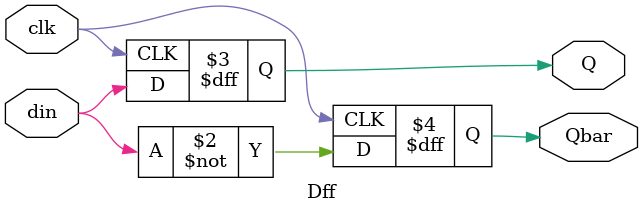
<source format=v>
`timescale 1ns / 1ps

module Dff(
    input din,
    input clk,
    output reg Q,Qbar
    );
    
always@(posedge clk)
begin
Q<=din;
Qbar<=~din;
end
endmodule

</source>
